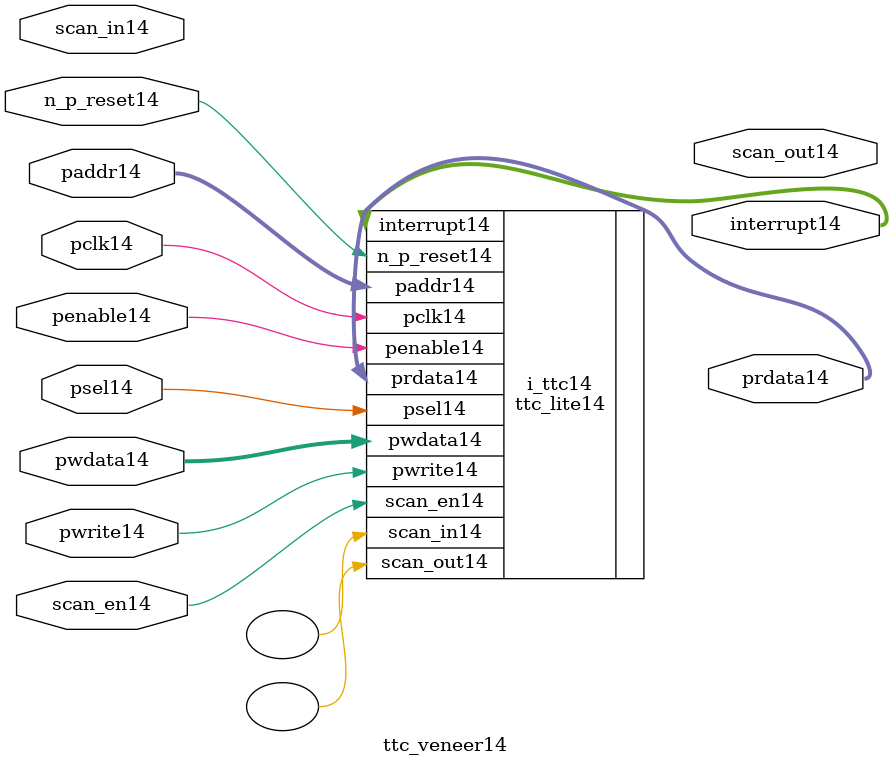
<source format=v>
module ttc_veneer14 (
           
           //inputs14
           n_p_reset14,
           pclk14,
           psel14,
           penable14,
           pwrite14,
           pwdata14,
           paddr14,
           scan_in14,
           scan_en14,

           //outputs14
           prdata14,
           interrupt14,
           scan_out14           

           );


//-----------------------------------------------------------------------------
// PORT DECLARATIONS14
//-----------------------------------------------------------------------------

   input         n_p_reset14;            //System14 Reset14
   input         pclk14;                 //System14 clock14
   input         psel14;                 //Select14 line
   input         penable14;              //Enable14
   input         pwrite14;               //Write line, 1 for write, 0 for read
   input [31:0]  pwdata14;               //Write data
   input [7:0]   paddr14;                //Address Bus14 register
   input         scan_in14;              //Scan14 chain14 input port
   input         scan_en14;              //Scan14 chain14 enable port
   
   output [31:0] prdata14;               //Read Data from the APB14 Interface14
   output [3:1]  interrupt14;            //Interrupt14 from PCI14 
   output        scan_out14;             //Scan14 chain14 output port

//##############################################################################
// if the TTC14 is NOT14 black14 boxed14 
//##############################################################################
`ifndef FV_KIT_BLACK_BOX_TTC14 

ttc_lite14 i_ttc14(

   //inputs14
   .n_p_reset14(n_p_reset14),
   .pclk14(pclk14),
   .psel14(psel14),
   .penable14(penable14),
   .pwrite14(pwrite14),
   .pwdata14(pwdata14),
   .paddr14(paddr14),
   .scan_in14(),
   .scan_en14(scan_en14),

   //outputs14
   .prdata14(prdata14),
   .interrupt14(interrupt14),
   .scan_out14()
);

`else 
//##############################################################################
// if the TTC14 is black14 boxed14 
//##############################################################################

   wire          n_p_reset14;            //System14 Reset14
   wire          pclk14;                 //System14 clock14
   wire          psel14;                 //Select14 line
   wire          penable14;              //Enable14
   wire          pwrite14;               //Write line, 1 for write, 0 for read
   wire  [31:0]  pwdata14;               //Write data
   wire  [7:0]   paddr14;                //Address Bus14 register
   wire          scan_in14;              //Scan14 chain14 wire  port
   wire          scan_en14;              //Scan14 chain14 enable port
   
   reg    [31:0] prdata14;               //Read Data from the APB14 Interface14
   reg    [3:1]  interrupt14;            //Interrupt14 from PCI14 
   reg           scan_out14;             //Scan14 chain14 reg    port

`endif
//##############################################################################
// black14 boxed14 defines14 
//##############################################################################

endmodule

</source>
